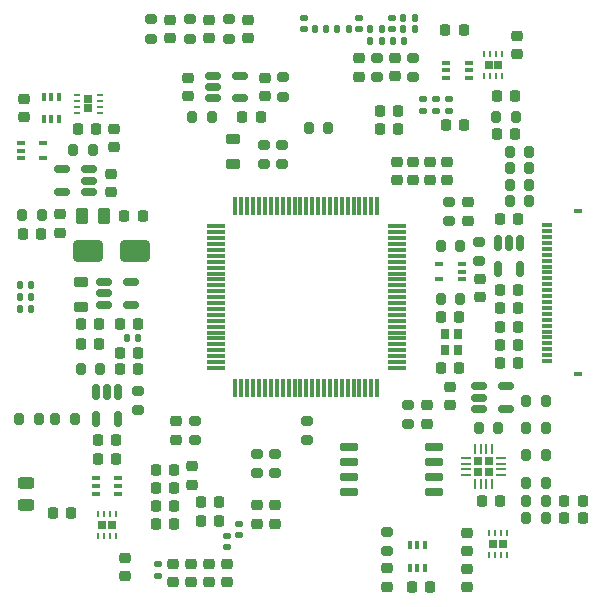
<source format=gtp>
G04 #@! TF.GenerationSoftware,KiCad,Pcbnew,8.0.0*
G04 #@! TF.CreationDate,2024-03-25T07:30:18-04:00*
G04 #@! TF.ProjectId,_Sub_HW_Qcopter,5f537562-5f48-4575-9f51-636f70746572,rev?*
G04 #@! TF.SameCoordinates,PX9157080PYf23bb80*
G04 #@! TF.FileFunction,Paste,Top*
G04 #@! TF.FilePolarity,Positive*
%FSLAX46Y46*%
G04 Gerber Fmt 4.6, Leading zero omitted, Abs format (unit mm)*
G04 Created by KiCad (PCBNEW 8.0.0) date 2024-03-25 07:30:18*
%MOMM*%
%LPD*%
G01*
G04 APERTURE LIST*
G04 Aperture macros list*
%AMRoundRect*
0 Rectangle with rounded corners*
0 $1 Rounding radius*
0 $2 $3 $4 $5 $6 $7 $8 $9 X,Y pos of 4 corners*
0 Add a 4 corners polygon primitive as box body*
4,1,4,$2,$3,$4,$5,$6,$7,$8,$9,$2,$3,0*
0 Add four circle primitives for the rounded corners*
1,1,$1+$1,$2,$3*
1,1,$1+$1,$4,$5*
1,1,$1+$1,$6,$7*
1,1,$1+$1,$8,$9*
0 Add four rect primitives between the rounded corners*
20,1,$1+$1,$2,$3,$4,$5,0*
20,1,$1+$1,$4,$5,$6,$7,0*
20,1,$1+$1,$6,$7,$8,$9,0*
20,1,$1+$1,$8,$9,$2,$3,0*%
G04 Aperture macros list end*
%ADD10RoundRect,0.225000X-0.225000X-0.250000X0.225000X-0.250000X0.225000X0.250000X-0.225000X0.250000X0*%
%ADD11RoundRect,0.200000X-0.200000X-0.275000X0.200000X-0.275000X0.200000X0.275000X-0.200000X0.275000X0*%
%ADD12RoundRect,0.200000X-0.275000X0.200000X-0.275000X-0.200000X0.275000X-0.200000X0.275000X0.200000X0*%
%ADD13RoundRect,0.225000X0.225000X0.250000X-0.225000X0.250000X-0.225000X-0.250000X0.225000X-0.250000X0*%
%ADD14RoundRect,0.100000X0.225000X0.100000X-0.225000X0.100000X-0.225000X-0.100000X0.225000X-0.100000X0*%
%ADD15RoundRect,0.147500X0.147500X0.172500X-0.147500X0.172500X-0.147500X-0.172500X0.147500X-0.172500X0*%
%ADD16RoundRect,0.150000X-0.512500X-0.150000X0.512500X-0.150000X0.512500X0.150000X-0.512500X0.150000X0*%
%ADD17RoundRect,0.200000X0.275000X-0.200000X0.275000X0.200000X-0.275000X0.200000X-0.275000X-0.200000X0*%
%ADD18RoundRect,0.225000X0.250000X-0.225000X0.250000X0.225000X-0.250000X0.225000X-0.250000X-0.225000X0*%
%ADD19RoundRect,0.250000X1.000000X0.650000X-1.000000X0.650000X-1.000000X-0.650000X1.000000X-0.650000X0*%
%ADD20RoundRect,0.147500X0.172500X-0.147500X0.172500X0.147500X-0.172500X0.147500X-0.172500X-0.147500X0*%
%ADD21RoundRect,0.218750X-0.218750X-0.256250X0.218750X-0.256250X0.218750X0.256250X-0.218750X0.256250X0*%
%ADD22R,0.950000X0.300000*%
%ADD23R,0.800000X0.400000*%
%ADD24RoundRect,0.100000X-0.100000X0.225000X-0.100000X-0.225000X0.100000X-0.225000X0.100000X0.225000X0*%
%ADD25RoundRect,0.218750X-0.256250X0.218750X-0.256250X-0.218750X0.256250X-0.218750X0.256250X0.218750X0*%
%ADD26RoundRect,0.140000X0.140000X0.170000X-0.140000X0.170000X-0.140000X-0.170000X0.140000X-0.170000X0*%
%ADD27RoundRect,0.075000X0.725000X0.075000X-0.725000X0.075000X-0.725000X-0.075000X0.725000X-0.075000X0*%
%ADD28RoundRect,0.075000X0.075000X0.725000X-0.075000X0.725000X-0.075000X-0.725000X0.075000X-0.725000X0*%
%ADD29RoundRect,0.100000X0.100000X-0.225000X0.100000X0.225000X-0.100000X0.225000X-0.100000X-0.225000X0*%
%ADD30RoundRect,0.140000X-0.170000X0.140000X-0.170000X-0.140000X0.170000X-0.140000X0.170000X0.140000X0*%
%ADD31RoundRect,0.200000X0.200000X0.275000X-0.200000X0.275000X-0.200000X-0.275000X0.200000X-0.275000X0*%
%ADD32R,0.650000X0.750000*%
%ADD33RoundRect,0.062500X-0.062500X0.187500X-0.062500X-0.187500X0.062500X-0.187500X0.062500X0.187500X0*%
%ADD34RoundRect,0.225000X-0.250000X0.225000X-0.250000X-0.225000X0.250000X-0.225000X0.250000X0.225000X0*%
%ADD35R,0.800000X0.900000*%
%ADD36RoundRect,0.218750X0.256250X-0.218750X0.256250X0.218750X-0.256250X0.218750X-0.256250X-0.218750X0*%
%ADD37RoundRect,0.140000X0.170000X-0.140000X0.170000X0.140000X-0.170000X0.140000X-0.170000X-0.140000X0*%
%ADD38RoundRect,0.150000X-0.150000X0.512500X-0.150000X-0.512500X0.150000X-0.512500X0.150000X0.512500X0*%
%ADD39RoundRect,0.250000X0.262500X0.450000X-0.262500X0.450000X-0.262500X-0.450000X0.262500X-0.450000X0*%
%ADD40RoundRect,0.190000X0.190000X0.190000X-0.190000X0.190000X-0.190000X-0.190000X0.190000X-0.190000X0*%
%ADD41RoundRect,0.062500X0.325000X0.062500X-0.325000X0.062500X-0.325000X-0.062500X0.325000X-0.062500X0*%
%ADD42RoundRect,0.062500X0.062500X0.325000X-0.062500X0.325000X-0.062500X-0.325000X0.062500X-0.325000X0*%
%ADD43RoundRect,0.150000X-0.650000X-0.150000X0.650000X-0.150000X0.650000X0.150000X-0.650000X0.150000X0*%
%ADD44RoundRect,0.062500X0.062500X-0.187500X0.062500X0.187500X-0.062500X0.187500X-0.062500X-0.187500X0*%
%ADD45RoundRect,0.100000X-0.225000X-0.100000X0.225000X-0.100000X0.225000X0.100000X-0.225000X0.100000X0*%
%ADD46RoundRect,0.218750X0.381250X-0.218750X0.381250X0.218750X-0.381250X0.218750X-0.381250X-0.218750X0*%
%ADD47RoundRect,0.147500X-0.172500X0.147500X-0.172500X-0.147500X0.172500X-0.147500X0.172500X0.147500X0*%
%ADD48RoundRect,0.218750X0.218750X0.256250X-0.218750X0.256250X-0.218750X-0.256250X0.218750X-0.256250X0*%
%ADD49RoundRect,0.150000X0.512500X0.150000X-0.512500X0.150000X-0.512500X-0.150000X0.512500X-0.150000X0*%
%ADD50R,0.750000X0.650000*%
%ADD51RoundRect,0.062500X0.187500X0.062500X-0.187500X0.062500X-0.187500X-0.062500X0.187500X-0.062500X0*%
%ADD52RoundRect,0.243750X-0.456250X0.243750X-0.456250X-0.243750X0.456250X-0.243750X0.456250X0.243750X0*%
G04 APERTURE END LIST*
D10*
X31610000Y41277500D03*
X33160000Y41277500D03*
D11*
X15726000Y40808000D03*
X17376000Y40808000D03*
D12*
X37465000Y33604200D03*
X37465000Y31954200D03*
D13*
X43345001Y24583000D03*
X41795001Y24583000D03*
X11189000Y20828000D03*
X9639000Y20828000D03*
D14*
X9474534Y8875000D03*
X9474533Y9525000D03*
X9474534Y10175000D03*
X7574534Y10175000D03*
X7574535Y9525000D03*
X7574534Y8875000D03*
D15*
X27076200Y48209200D03*
X26106200Y48209200D03*
D16*
X8266000Y26792000D03*
X8266000Y25842000D03*
X8266000Y24892000D03*
X10541000Y24892000D03*
X10541000Y26792000D03*
D17*
X18819000Y47384200D03*
X18819000Y49034200D03*
D18*
X43256200Y46088000D03*
X43256200Y47638000D03*
D19*
X10890001Y29464000D03*
X6889999Y29464000D03*
D13*
X43066000Y42570400D03*
X41516000Y42570400D03*
D18*
X38989000Y977600D03*
X38989000Y2527600D03*
D11*
X5652000Y37973000D03*
X7302000Y37973000D03*
D20*
X19685000Y5380000D03*
X19685000Y6350000D03*
D18*
X1524000Y40754000D03*
X1524000Y42304000D03*
D21*
X1371500Y30861000D03*
X2946500Y30861000D03*
D17*
X12215000Y47384200D03*
X12215000Y49034200D03*
D10*
X40246000Y8255000D03*
X41796000Y8255000D03*
D12*
X40030000Y30226000D03*
X40030000Y28576000D03*
X21209000Y12255000D03*
X21209000Y10605000D03*
D13*
X18047000Y8153400D03*
X16497000Y8153400D03*
D15*
X11163000Y22098000D03*
X10193000Y22098000D03*
D13*
X11554000Y32361000D03*
X10004000Y32361000D03*
D22*
X45812000Y20114000D03*
X45812000Y20613999D03*
X45812000Y21114000D03*
X45812000Y21614000D03*
X45812000Y22114001D03*
X45812000Y22614000D03*
X45812000Y23114000D03*
X45812000Y23614000D03*
X45812000Y24114000D03*
X45812001Y24614000D03*
X45812000Y25114000D03*
X45812000Y25614000D03*
X45812000Y26114000D03*
X45812000Y26614000D03*
X45812001Y27114000D03*
X45812000Y27614000D03*
X45812000Y28114000D03*
X45812000Y28614000D03*
X45812000Y29114000D03*
X45812000Y29613999D03*
X45812000Y30114000D03*
X45812000Y30614000D03*
X45812000Y31114001D03*
X45812000Y31614000D03*
D23*
X48387000Y18989000D03*
X48387000Y32839000D03*
D18*
X8890000Y34404000D03*
X8890000Y35954000D03*
D24*
X35448000Y4506000D03*
X34798000Y4505999D03*
X34148000Y4506000D03*
X34148000Y2606000D03*
X34798000Y2606001D03*
X35448000Y2606000D03*
D18*
X22733000Y6350000D03*
X22733000Y7900000D03*
D13*
X43320000Y21463000D03*
X41770000Y21463000D03*
X43345001Y26107000D03*
X41795001Y26107000D03*
D10*
X6083000Y39751000D03*
X7633000Y39751000D03*
D17*
X22758400Y10605000D03*
X22758400Y12255000D03*
D21*
X19993000Y40808000D03*
X21568000Y40808000D03*
D25*
X39090600Y33553400D03*
X39090600Y31978398D03*
D18*
X35843999Y35435500D03*
X35843999Y36985500D03*
D26*
X34566800Y49174400D03*
X33606800Y49174400D03*
D27*
X33075000Y19527000D03*
X33075000Y20027000D03*
X33075000Y20527001D03*
X33075000Y21027000D03*
X33075000Y21526999D03*
X33075000Y22027000D03*
X33075000Y22527000D03*
X33075000Y23027001D03*
X33075000Y23527000D03*
X33075000Y24027000D03*
X33075000Y24527000D03*
X33075000Y25027000D03*
X33075001Y25527000D03*
X33075000Y26027000D03*
X33075000Y26527000D03*
X33075000Y27027000D03*
X33075000Y27527000D03*
X33075000Y28026999D03*
X33075000Y28527000D03*
X33075000Y29027000D03*
X33075000Y29527001D03*
X33075000Y30027000D03*
X33075000Y30526999D03*
X33075000Y31027000D03*
X33075000Y31527000D03*
D28*
X31400000Y33202000D03*
X30900000Y33202000D03*
X30399999Y33202000D03*
X29900000Y33202000D03*
X29400001Y33202000D03*
X28900000Y33202000D03*
X28400000Y33202000D03*
X27899999Y33202000D03*
X27400000Y33202000D03*
X26900000Y33202000D03*
X26400000Y33202000D03*
X25900000Y33202000D03*
X25400000Y33202001D03*
X24900000Y33202000D03*
X24400000Y33202000D03*
X23900000Y33202000D03*
X23400000Y33202000D03*
X22900001Y33202000D03*
X22400000Y33202000D03*
X21900000Y33202000D03*
X21399999Y33202000D03*
X20900000Y33202000D03*
X20400001Y33202000D03*
X19900000Y33202000D03*
X19400000Y33202000D03*
D27*
X17725000Y31527000D03*
X17725000Y31027000D03*
X17725000Y30526999D03*
X17725000Y30027000D03*
X17725000Y29527001D03*
X17725000Y29027000D03*
X17725000Y28527000D03*
X17725000Y28026999D03*
X17725000Y27527000D03*
X17725000Y27027000D03*
X17725000Y26527000D03*
X17725000Y26027000D03*
X17724999Y25527000D03*
X17725000Y25027000D03*
X17725000Y24527000D03*
X17725000Y24027000D03*
X17725000Y23527000D03*
X17725000Y23027001D03*
X17725000Y22527000D03*
X17725000Y22027000D03*
X17725000Y21526999D03*
X17725000Y21027000D03*
X17725000Y20527001D03*
X17725000Y20027000D03*
X17725000Y19527000D03*
D28*
X19400000Y17852000D03*
X19900000Y17852000D03*
X20400001Y17852000D03*
X20900000Y17852000D03*
X21399999Y17852000D03*
X21900000Y17852000D03*
X22400000Y17852000D03*
X22900001Y17852000D03*
X23400000Y17852000D03*
X23900000Y17852000D03*
X24400000Y17852000D03*
X24900000Y17852000D03*
X25400000Y17851999D03*
X25900000Y17852000D03*
X26400000Y17852000D03*
X26900000Y17852000D03*
X27400000Y17852000D03*
X27899999Y17852000D03*
X28400000Y17852000D03*
X28900000Y17852000D03*
X29400001Y17852000D03*
X29900000Y17852000D03*
X30399999Y17852000D03*
X30900000Y17852000D03*
X31400000Y17852000D03*
D29*
X3160000Y40579000D03*
X3810000Y40579001D03*
X4460000Y40579000D03*
X4460000Y42479000D03*
X3810000Y42478999D03*
X3160000Y42479000D03*
D30*
X36387000Y42265500D03*
X36387000Y41305500D03*
D31*
X7937000Y19430999D03*
X6287000Y19430999D03*
D12*
X21844000Y38417000D03*
X21844000Y36767000D03*
D18*
X34446999Y35435500D03*
X34446999Y36985500D03*
D32*
X41632900Y45169500D03*
X40832900Y45169500D03*
D33*
X41982901Y46119500D03*
X41482900Y46119500D03*
X40982900Y46119500D03*
X40482899Y46119500D03*
X40482899Y44219500D03*
X40982900Y44219500D03*
X41482900Y44219500D03*
X41982901Y44219500D03*
D11*
X44006000Y9779000D03*
X45656000Y9779000D03*
D34*
X15341600Y44082000D03*
X15341600Y42532000D03*
X38989000Y5550200D03*
X38989000Y4000200D03*
D31*
X27241000Y39878000D03*
X25591000Y39878000D03*
D13*
X38722600Y48133000D03*
X37172600Y48133000D03*
D35*
X37169000Y22417000D03*
X37169000Y21017000D03*
X38269000Y21017000D03*
X38269000Y22417000D03*
D10*
X12636200Y7874000D03*
X14186200Y7874000D03*
X36817000Y23876000D03*
X38367000Y23876000D03*
D12*
X23444200Y44132000D03*
X23444200Y42482000D03*
D10*
X31610000Y39783499D03*
X33160000Y39783499D03*
D13*
X43320000Y19939000D03*
X41770000Y19939000D03*
D36*
X29840962Y44170499D03*
X29840962Y45745501D03*
D11*
X44006000Y8255000D03*
X45656000Y8255000D03*
D21*
X41757500Y22987000D03*
X43332500Y22987000D03*
X41503500Y39319200D03*
X43078500Y39319200D03*
D20*
X12827000Y1928000D03*
X12827000Y2898000D03*
D30*
X37465000Y42265500D03*
X37465000Y41305500D03*
D37*
X29893200Y48237200D03*
X29893200Y49197200D03*
D18*
X13866000Y47434200D03*
X13866000Y48984200D03*
D16*
X17531500Y44257000D03*
X17531500Y43307000D03*
X17531500Y42357000D03*
X19806500Y42357000D03*
X19806500Y44257000D03*
D10*
X12636200Y10922000D03*
X14186200Y10922000D03*
D38*
X43494999Y30148500D03*
X42545000Y30148500D03*
X41595001Y30148500D03*
X41595001Y27873500D03*
X43494999Y27873500D03*
D11*
X1080000Y15240000D03*
X2730000Y15240000D03*
D17*
X34010600Y14770600D03*
X34010600Y16420600D03*
D13*
X35903200Y990600D03*
X34353200Y990600D03*
X18047000Y6604000D03*
X16497000Y6604000D03*
D26*
X31770200Y47193200D03*
X30810200Y47193200D03*
D17*
X34412961Y44133000D03*
X34412961Y45783000D03*
D18*
X37338000Y35435500D03*
X37338000Y36985500D03*
D38*
X9458999Y17520500D03*
X8509000Y17520500D03*
X7559001Y17520500D03*
X7559001Y15245500D03*
X9458999Y15245500D03*
D13*
X9284000Y13462000D03*
X7734000Y13462000D03*
D18*
X21209000Y6350000D03*
X21209000Y7900000D03*
D34*
X15621000Y2921000D03*
X15621000Y1371000D03*
D11*
X36767000Y29845001D03*
X38417000Y29845001D03*
D39*
X8249500Y32361000D03*
X6424500Y32361000D03*
D10*
X6337000Y21590000D03*
X7887000Y21590000D03*
D26*
X28976200Y48209200D03*
X28016200Y48209200D03*
D15*
X2113000Y26543000D03*
X1143000Y26543000D03*
D11*
X44006000Y12192000D03*
X45656000Y12192000D03*
D18*
X40071001Y25514000D03*
X40071001Y27064000D03*
D40*
X40838000Y10746000D03*
X40838000Y11626000D03*
X39958000Y10746000D03*
X39958000Y11626000D03*
D41*
X41860500Y10436000D03*
X41860500Y10936000D03*
X41860500Y11436000D03*
X41860500Y11936000D03*
D42*
X41148000Y12648500D03*
X40648000Y12648500D03*
X40148000Y12648500D03*
X39648000Y12648500D03*
D41*
X38935500Y11936000D03*
X38935500Y11436000D03*
X38935500Y10936000D03*
X38935500Y10436000D03*
D42*
X39648000Y9723500D03*
X40148000Y9723500D03*
X40648000Y9723500D03*
X41148000Y9723500D03*
D43*
X29039000Y12827000D03*
X29039000Y11557000D03*
X29039000Y10287000D03*
X29039000Y9017000D03*
X36239000Y9017000D03*
X36239000Y10287000D03*
X36239000Y11557000D03*
X36239000Y12827000D03*
D15*
X33710600Y47193200D03*
X32740600Y47193200D03*
D13*
X38748000Y40134500D03*
X37198000Y40134500D03*
D11*
X39997000Y14429000D03*
X41647000Y14429000D03*
X41466000Y40792400D03*
X43116000Y40792400D03*
D15*
X2113000Y24511000D03*
X1143000Y24511000D03*
D32*
X8109000Y6223000D03*
X8909000Y6223000D03*
D44*
X7758999Y5273000D03*
X8259000Y5273000D03*
X8759000Y5273000D03*
X9259001Y5273000D03*
X9259001Y7173000D03*
X8759000Y7173000D03*
X8259000Y7173000D03*
X7758999Y7173000D03*
D18*
X17168000Y47434200D03*
X17168000Y48984200D03*
D13*
X5474000Y7239000D03*
X3924000Y7239000D03*
D34*
X15697200Y11189000D03*
X15697200Y9639000D03*
D13*
X11189000Y19431000D03*
X9639000Y19431000D03*
D25*
X14351000Y15011501D03*
X14351000Y13436499D03*
D13*
X11189000Y23241000D03*
X9639000Y23241000D03*
D45*
X1244266Y38572200D03*
X1244267Y37922200D03*
X1244266Y37272200D03*
X3144266Y37272200D03*
X3144266Y38572200D03*
D15*
X34571800Y48209200D03*
X33601800Y48209200D03*
D18*
X35610800Y14807600D03*
X35610800Y16357600D03*
D11*
X42609000Y37846000D03*
X44259000Y37846000D03*
D36*
X32258000Y990499D03*
X32258000Y2565501D03*
D17*
X25450800Y13399000D03*
X25450800Y15049000D03*
D18*
X20470000Y47434200D03*
X20470000Y48984200D03*
D10*
X12636200Y6350000D03*
X14186200Y6350000D03*
D11*
X42609000Y36449000D03*
X44259000Y36449000D03*
D46*
X6350000Y24718500D03*
X6350000Y26843500D03*
D47*
X18669000Y5334000D03*
X18669000Y4364000D03*
D45*
X37251600Y45379400D03*
X37251601Y44729400D03*
X37251600Y44079400D03*
X39151600Y44079400D03*
X39151599Y44729400D03*
X39151600Y45379400D03*
D34*
X14097000Y2921000D03*
X14097000Y1371000D03*
D11*
X36767000Y25400000D03*
X38417000Y25400000D03*
D15*
X2113000Y25527000D03*
X1143000Y25527000D03*
D17*
X31369000Y44133000D03*
X31369000Y45783000D03*
D11*
X42609000Y35052000D03*
X44259000Y35052000D03*
D14*
X38542000Y27036000D03*
X38541999Y27686000D03*
X38542000Y28336000D03*
X36642000Y28336000D03*
X36642000Y27036000D03*
D34*
X4572000Y32525000D03*
X4572000Y30975000D03*
D15*
X31775200Y48209200D03*
X30805200Y48209200D03*
D37*
X25194200Y48237200D03*
X25194200Y49197200D03*
D48*
X48793501Y6858000D03*
X47218499Y6858000D03*
D34*
X17145000Y2934000D03*
X17145000Y1384000D03*
D49*
X7015744Y34443501D03*
X7015744Y35393500D03*
X7015744Y36343499D03*
X4740744Y36343499D03*
X4740744Y34443501D03*
D18*
X33049999Y35435500D03*
X33049999Y36985500D03*
D34*
X21869400Y44082000D03*
X21869400Y42532000D03*
D11*
X44006000Y14478000D03*
X45656000Y14478000D03*
D34*
X37592000Y17920000D03*
X37592000Y16370000D03*
D37*
X32687200Y48237200D03*
X32687200Y49197200D03*
D10*
X12636200Y9398000D03*
X14186200Y9398000D03*
D32*
X41244001Y4633000D03*
X42044001Y4633000D03*
D44*
X40894000Y3683000D03*
X41394001Y3683000D03*
X41894001Y3683000D03*
X42394002Y3683000D03*
X42394002Y5583000D03*
X41894001Y5583000D03*
X41394001Y5583000D03*
X40894000Y5583000D03*
D16*
X40010500Y17968000D03*
X40010500Y17018000D03*
X40010500Y16068000D03*
X42285500Y16068000D03*
X42285500Y17968000D03*
D10*
X36817000Y19558000D03*
X38367000Y19558000D03*
D13*
X43345002Y32131000D03*
X41795002Y32131000D03*
D34*
X9144000Y39764000D03*
X9144000Y38214000D03*
D10*
X6337000Y23241000D03*
X7887000Y23241000D03*
D31*
X2984000Y32512000D03*
X1334000Y32512000D03*
D11*
X44006000Y6858000D03*
X45656000Y6858000D03*
D48*
X48793501Y8259037D03*
X47218499Y8259037D03*
D50*
X6958483Y41499017D03*
X6958483Y42299017D03*
D51*
X7908483Y41149016D03*
X7908483Y41649017D03*
X7908483Y42149017D03*
X7908483Y42649018D03*
X6008483Y42649018D03*
X6008483Y42149017D03*
X6008483Y41649017D03*
X6008483Y41149016D03*
D46*
X19177000Y36783500D03*
X19177000Y38908500D03*
D30*
X35306000Y42265500D03*
X35306000Y41305500D03*
D17*
X11176000Y15939000D03*
X11176000Y17589000D03*
D11*
X4128000Y15240000D03*
X5778000Y15240000D03*
D10*
X7734000Y11811000D03*
X9284000Y11811000D03*
D12*
X23368000Y38417000D03*
X23368000Y36767000D03*
D36*
X32888962Y44220249D03*
X32888962Y45795251D03*
D18*
X10033000Y1892000D03*
X10033000Y3442000D03*
D34*
X18669000Y2934000D03*
X18669000Y1384000D03*
D52*
X1651000Y9827501D03*
X1651000Y7952499D03*
D17*
X15517000Y47384200D03*
X15517000Y49034200D03*
D11*
X44006000Y16764000D03*
X45656000Y16764000D03*
X42609000Y33655000D03*
X44259000Y33655000D03*
D12*
X32258000Y5651000D03*
X32258000Y4001000D03*
X16002000Y15049000D03*
X16002000Y13399000D03*
M02*

</source>
